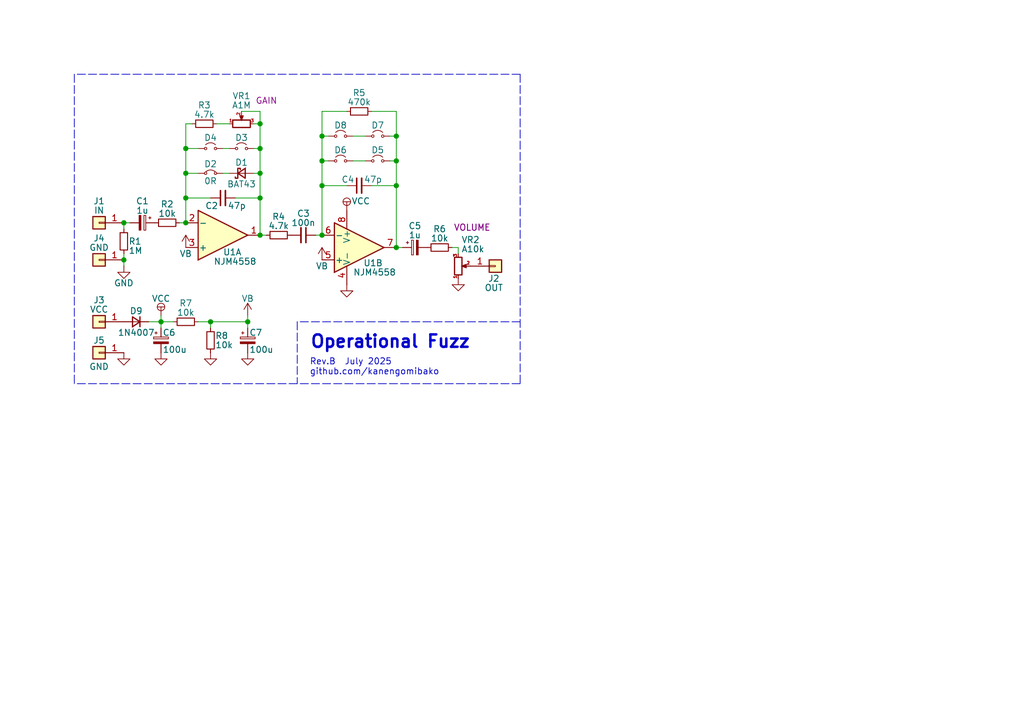
<source format=kicad_sch>
(kicad_sch (version 20250114) (generator "eeschema") (generator_version "9.0")
  (paper "A5")
  (lib_symbols
    (symbol "Amplifier_Operational:LM358" (pin_names (offset 0.127))
      (property "Reference" "U" (at 0 5.08 0))
      (property "Value" "LM358" (at 0 -5.08 0))
      (symbol "LM358_1_1"
        (polyline (pts (xy -5.08 5.08) (xy 5.08 0) (xy -5.08 -5.08) (xy -5.08 5.08)) (stroke (width 0.254)) (fill (type background)))
        (pin input line (at -7.62 2.54 0) (length 2.54) (name "+") (number "3"))
        (pin input line (at -7.62 -2.54 0) (length 2.54) (name "-") (number "2"))
        (pin output line (at 7.62 0 180) (length 2.54) (name "~") (number "1"))
      )
      (symbol "LM358_2_1"
        (polyline (pts (xy -5.08 5.08) (xy 5.08 0) (xy -5.08 -5.08) (xy -5.08 5.08)) (stroke (width 0.254)) (fill (type background)))
        (pin input line (at -7.62 2.54 0) (length 2.54) (name "+") (number "5"))
        (pin input line (at -7.62 -2.54 0) (length 2.54) (name "-") (number "6"))
        (pin output line (at 7.62 0 180) (length 2.54) (name "~") (number "7"))
      )
      (symbol "LM358_3_1"
        (pin power_in line (at -2.54 7.62 270) (length 3.81) (name "V+") (number "8"))
        (pin power_in line (at -2.54 -7.62 90) (length 3.81) (name "V-") (number "4"))
      )
    )
    (symbol "Connector_Generic:Conn_01x01" (pin_names (offset 1.016) (hide yes))
      (property "Reference" "J" (at 0 2.54 0))
      (property "Value" "Conn_01x01" (at 0 -2.54 0))
      (symbol "Conn_01x01_1_1"
        (rectangle (start -1.27 1.27) (end 1.27 -1.27) (stroke (width 0.254)) (fill (type background)))
        (rectangle (start -1.27 0.127) (end 0 -0.127) (stroke (width 0.1524)))
        (pin passive line (at -5.08 0 0) (length 3.81) (name "Pin_1") (number "1"))
      )
    )
    (symbol "Device:C_Polarized_Small" (pin_numbers (hide yes)) (pin_names (offset 0.254) (hide yes))
      (property "Reference" "C" (at 0.254 1.778 0))
      (property "Value" "C_Polarized_Small" (at 0.254 -2.032 0))
      (symbol "C_Polarized_Small_0_1"
        (rectangle (start -1.524 0.6858) (end 1.524 0.3048))
        (rectangle (start -1.524 -0.3048) (end 1.524 -0.6858) (fill (type outline)))
        (polyline (pts (xy -1.27 1.524) (xy -0.762 1.524)))
        (polyline (pts (xy -1.016 1.27) (xy -1.016 1.778)))
      )
      (symbol "C_Polarized_Small_1_1"
        (pin passive line (at 0 2.54 270) (length 1.8542) (name "~") (number "1"))
        (pin passive line (at 0 -2.54 90) (length 1.8542) (name "~") (number "2"))
      )
    )
    (symbol "Device:C_Small" (pin_numbers (hide yes)) (pin_names (offset 0.254) (hide yes))
      (property "Reference" "C" (at 0.254 1.778 0))
      (property "Value" "C_Small" (at 0.254 -2.032 0))
      (symbol "C_Small_0_1"
        (polyline (pts (xy -1.524 0.508) (xy 1.524 0.508)) (stroke (width 0.3048)))
        (polyline (pts (xy -1.524 -0.508) (xy 1.524 -0.508)) (stroke (width 0.3302)))
      )
      (symbol "C_Small_1_1"
        (pin passive line (at 0 2.54 270) (length 2.032) (name "~") (number "1"))
        (pin passive line (at 0 -2.54 90) (length 2.032) (name "~") (number "2"))
      )
    )
    (symbol "Device:D_Schottky_Small" (pin_numbers (hide yes)) (pin_names (offset 0.254) (hide yes))
      (property "Reference" "D" (at -1.27 2.032 0))
      (property "Value" "D_Schottky_Small" (at -7.112 -2.032 0))
      (symbol "D_Schottky_Small_0_1"
        (polyline (pts (xy -1.27 0.762) (xy -1.27 1.016) (xy -0.762 1.016) (xy -0.762 -1.016) (xy -0.254 -1.016) (xy -0.254 -0.762)) (stroke (width 0.254)))
        (polyline (pts (xy -0.762 0) (xy 0.762 0)))
        (polyline (pts (xy 0.762 -1.016) (xy -0.762 0) (xy 0.762 1.016) (xy 0.762 -1.016)) (stroke (width 0.254)))
      )
      (symbol "D_Schottky_Small_1_1"
        (pin passive line (at -2.54 0 0) (length 1.778) (name "K") (number "1"))
        (pin passive line (at 2.54 0 180) (length 1.778) (name "A") (number "2"))
      )
    )
    (symbol "Device:D_Small" (pin_numbers (hide yes)) (pin_names (offset 0.254) (hide yes))
      (property "Reference" "D" (at -1.27 2.032 0))
      (property "Value" "D_Small" (at -3.81 -2.032 0))
      (symbol "D_Small_0_1"
        (polyline (pts (xy -0.762 0) (xy 0.762 0)))
        (polyline (pts (xy -0.762 -1.016) (xy -0.762 1.016)) (stroke (width 0.254)))
        (polyline (pts (xy 0.762 -1.016) (xy -0.762 0) (xy 0.762 1.016) (xy 0.762 -1.016)) (stroke (width 0.254)))
      )
      (symbol "D_Small_1_1"
        (pin passive line (at -2.54 0 0) (length 1.778) (name "K") (number "1"))
        (pin passive line (at 2.54 0 180) (length 1.778) (name "A") (number "2"))
      )
    )
    (symbol "Device:R_Potentiometer_Small" (pin_names (offset 1.016) (hide yes))
      (property "Reference" "RV" (at -4.445 0 90))
      (property "Value" "R_Potentiometer_Small" (at -2.54 0 90))
      (symbol "R_Potentiometer_Small_0_1"
        (rectangle (start 0.762 1.8034) (end -0.762 -1.8034) (stroke (width 0.254)))
        (polyline (pts (xy 0.889 0) (xy 0.635 0) (xy 1.651 0.381) (xy 1.651 -0.381) (xy 0.635 0) (xy 0.889 0)) (fill (type outline)))
      )
      (symbol "R_Potentiometer_Small_1_1"
        (pin passive line (at 0 2.54 270) (length 0.635) (name "1") (number "1"))
        (pin passive line (at 0 -2.54 90) (length 0.635) (name "3") (number "3"))
        (pin passive line (at 2.54 0 180) (length 0.9906) (name "2") (number "2"))
      )
    )
    (symbol "Device:R_Small" (pin_numbers (hide yes)) (pin_names (offset 0.254) (hide yes))
      (property "Reference" "R" (at 0.762 0.508 0))
      (property "Value" "R_Small" (at 0.762 -1.016 0))
      (symbol "R_Small_0_1"
        (rectangle (start -0.762 1.778) (end 0.762 -1.778) (stroke (width 0.2032)))
      )
      (symbol "R_Small_1_1"
        (pin passive line (at 0 2.54 270) (length 0.762) (name "~") (number "1"))
        (pin passive line (at 0 -2.54 90) (length 0.762) (name "~") (number "2"))
      )
    )
    (symbol "myLib:Jumper_2_Bridged_small" (pin_numbers (hide yes)) (pin_names (offset 0) (hide yes))
      (property "Reference" "JP" (at 0 1.905 0))
      (property "Value" "Jumper_2_Bridged" (at 0 -2.54 0))
      (symbol "Jumper_2_Bridged_small_0_0"
        (circle (center -1.016 0) (radius 0.254))
        (circle (center 1.016 0) (radius 0.254))
      )
      (symbol "Jumper_2_Bridged_small_0_1"
        (arc (start -1.016 0.254) (mid 0 0.6749) (end 1.016 0.254))
      )
      (symbol "Jumper_2_Bridged_small_1_1"
        (pin passive line (at -2.54 0 0) (length 1.27) (name "A") (number "1"))
        (pin passive line (at 2.54 0 180) (length 1.27) (name "B") (number "2"))
      )
    )
    (symbol "myLib:Jumper_2_Open_small" (pin_numbers (hide yes)) (pin_names (offset 0) (hide yes))
      (property "Reference" "JP" (at 0 1.905 0))
      (property "Value" "Jumper_2_Bridged" (at 0 -2.54 0))
      (symbol "Jumper_2_Open_small_0_0"
        (circle (center -1.016 0) (radius 0.254))
        (circle (center 1.016 0) (radius 0.254))
      )
      (symbol "Jumper_2_Open_small_0_1"
        (arc (start -1.016 0.7619) (mid 0 1.1828) (end 1.016 0.7619))
      )
      (symbol "Jumper_2_Open_small_1_1"
        (pin passive line (at -2.54 0 0) (length 1.27) (name "A") (number "1"))
        (pin passive line (at 2.54 0 180) (length 1.27) (name "B") (number "2"))
      )
    )
    (symbol "myLib:VB" (power) (pin_names (offset 0))
      (property "Value" "VB" (at 0 3.556 0))
      (symbol "VB_0_1"
        (polyline (pts (xy -0.762 1.27) (xy 0 2.54)))
        (polyline (pts (xy 0 2.54) (xy 0.762 1.27)))
        (polyline (pts (xy 0 0) (xy 0 2.54)))
      )
      (symbol "VB_1_1"
        (pin power_in line (at 0 0 90) (length 0) (hide yes) (name "VB") (number "1"))
      )
    )
    (symbol "myLib:VCC" (power) (pin_names (offset 0))
      (property "Value" "VCC" (at 0 3.556 0))
      (symbol "VCC_0_0"
        (polyline (pts (xy -0.762 1.778) (xy 0.762 1.778)))
        (circle (center 0 1.778) (radius 0.7725))
      )
      (symbol "VCC_0_1"
        (polyline (pts (xy 0 0) (xy 0 1.778)))
      )
      (symbol "VCC_1_1"
        (pin power_in line (at 0 0 90) (length 0) (hide yes) (name "VCC") (number "1"))
      )
    )
    (symbol "power:GND" (power) (pin_numbers (hide yes)) (pin_names (offset 0) (hide yes))
      (property "Value" "GND" (at 0 -3.81 0))
      (symbol "GND_0_1"
        (polyline (pts (xy 0 0) (xy 0 -1.27) (xy 1.27 -1.27) (xy 0 -2.54) (xy -1.27 -1.27) (xy 0 -1.27)))
      )
      (symbol "GND_1_1"
        (pin power_in line (at 0 0 270) (length 0) (name "~") (number "1"))
      )
    )
  )
  (text "Operational Fuzz" (at 63.5 71.755 0) (effects (font (size 2.54 2.54) (thickness 0.508) (bold yes)) (justify left bottom)))
  (text "Rev.B  July 2025\ngithub.com/kanengomibako" (at 63.5 77.1525 0) (effects (font (size 1.27 1.27)) (justify left bottom)))
  (junction (at 53.34 35.56))
  (junction (at 81.28 33.02))
  (junction (at 66.04 33.02))
  (junction (at 81.28 50.8))
  (junction (at 66.04 48.26))
  (junction (at 53.34 30.48))
  (junction (at 25.4 53.34))
  (junction (at 38.1 30.48))
  (junction (at 53.34 25.4))
  (junction (at 81.28 27.94))
  (junction (at 38.1 40.64))
  (junction (at 25.4 45.72))
  (junction (at 43.18 66.04))
  (junction (at 81.28 38.1))
  (junction (at 33.02 66.04))
  (junction (at 53.34 40.64))
  (junction (at 38.1 45.72))
  (junction (at 38.1 35.56))
  (junction (at 66.04 27.94))
  (junction (at 66.04 38.1))
  (junction (at 50.8 66.04))
  (junction (at 53.34 48.26))
  (wire (pts (xy 48.26 40.64) (xy 53.34 40.64)))
  (wire (pts (xy 33.02 66.04) (xy 33.02 67.31)))
  (wire (pts (xy 44.45 25.4) (xy 46.99 25.4)))
  (wire (pts (xy 38.1 25.4) (xy 38.1 30.48)))
  (wire (pts (xy 66.04 27.94) (xy 66.04 33.02)))
  (polyline (pts (xy 106.68 66.04) (xy 60.96 66.04)) (stroke (width 0) (type dash)))
  (wire (pts (xy 66.04 38.1) (xy 71.12 38.1)))
  (wire (pts (xy 66.04 38.1) (xy 66.04 48.26)))
  (wire (pts (xy 38.1 40.64) (xy 43.18 40.64)))
  (wire (pts (xy 38.1 25.4) (xy 39.37 25.4)))
  (polyline (pts (xy 106.68 15.24) (xy 15.24 15.24)) (stroke (width 0) (type dash)))
  (wire (pts (xy 53.34 48.26) (xy 54.61 48.26)))
  (wire (pts (xy 80.01 33.02) (xy 81.28 33.02)))
  (wire (pts (xy 53.34 35.56) (xy 53.34 40.64)))
  (wire (pts (xy 43.18 66.04) (xy 43.18 67.31)))
  (wire (pts (xy 36.83 45.72) (xy 38.1 45.72)))
  (wire (pts (xy 25.4 52.07) (xy 25.4 53.34)))
  (wire (pts (xy 66.04 27.94) (xy 67.31 27.94)))
  (wire (pts (xy 66.04 33.02) (xy 66.04 38.1)))
  (wire (pts (xy 72.39 33.02) (xy 74.93 33.02)))
  (wire (pts (xy 72.39 27.94) (xy 74.93 27.94)))
  (wire (pts (xy 52.07 30.48) (xy 53.34 30.48)))
  (polyline (pts (xy 60.96 66.04) (xy 60.96 78.74)) (stroke (width 0) (type dash)))
  (wire (pts (xy 50.8 66.04) (xy 50.8 67.31)))
  (wire (pts (xy 76.2 22.86) (xy 81.28 22.86)))
  (polyline (pts (xy 106.68 78.74) (xy 15.24 78.74)) (stroke (width 0) (type dash)))
  (wire (pts (xy 52.07 25.4) (xy 53.34 25.4)))
  (wire (pts (xy 45.72 35.56) (xy 46.99 35.56)))
  (wire (pts (xy 35.56 66.04) (xy 33.02 66.04)))
  (wire (pts (xy 33.02 64.77) (xy 33.02 66.04)))
  (wire (pts (xy 25.4 45.72) (xy 25.4 46.99)))
  (wire (pts (xy 81.28 38.1) (xy 81.28 33.02)))
  (wire (pts (xy 53.34 40.64) (xy 53.34 48.26)))
  (wire (pts (xy 38.1 35.56) (xy 38.1 40.64)))
  (wire (pts (xy 50.8 64.77) (xy 50.8 66.04)))
  (wire (pts (xy 80.01 27.94) (xy 81.28 27.94)))
  (wire (pts (xy 66.04 22.86) (xy 66.04 27.94)))
  (wire (pts (xy 81.28 50.8) (xy 82.55 50.8)))
  (wire (pts (xy 45.72 30.48) (xy 46.99 30.48)))
  (wire (pts (xy 49.53 22.86) (xy 53.34 22.86)))
  (wire (pts (xy 53.34 25.4) (xy 53.34 30.48)))
  (wire (pts (xy 66.04 33.02) (xy 67.31 33.02)))
  (wire (pts (xy 76.2 38.1) (xy 81.28 38.1)))
  (wire (pts (xy 38.1 45.72) (xy 38.1 40.64)))
  (wire (pts (xy 71.12 22.86) (xy 66.04 22.86)))
  (wire (pts (xy 25.4 45.72) (xy 26.67 45.72)))
  (wire (pts (xy 43.18 66.04) (xy 50.8 66.04)))
  (wire (pts (xy 38.1 30.48) (xy 38.1 35.56)))
  (wire (pts (xy 52.07 35.56) (xy 53.34 35.56)))
  (wire (pts (xy 64.77 48.26) (xy 66.04 48.26)))
  (polyline (pts (xy 106.68 15.24) (xy 106.68 78.74)) (stroke (width 0) (type dash)))
  (polyline (pts (xy 15.24 15.24) (xy 15.24 78.74)) (stroke (width 0) (type dash)))
  (wire (pts (xy 33.02 66.04) (xy 30.48 66.04)))
  (wire (pts (xy 92.71 50.8) (xy 93.98 50.8)))
  (wire (pts (xy 25.4 53.34) (xy 25.4 54.61)))
  (wire (pts (xy 40.64 66.04) (xy 43.18 66.04)))
  (wire (pts (xy 53.34 30.48) (xy 53.34 35.56)))
  (wire (pts (xy 53.34 25.4) (xy 53.34 22.86)))
  (wire (pts (xy 38.1 35.56) (xy 40.64 35.56)))
  (wire (pts (xy 81.28 38.1) (xy 81.28 50.8)))
  (wire (pts (xy 81.28 33.02) (xy 81.28 27.94)))
  (wire (pts (xy 81.28 27.94) (xy 81.28 22.86)))
  (wire (pts (xy 93.98 50.8) (xy 93.98 52.07)))
  (wire (pts (xy 38.1 30.48) (xy 40.64 30.48)))
  (symbol (lib_id "Connector_Generic:Conn_01x01") (at 20.32 53.34 180) (unit 1)
    (property "Reference" "J4" (at 20.32 48.895 0))
    (property "Value" "GND" (at 20.32 50.8 0))
    (property "Footprint" "Connector_PinHeader_2.54mm:PinHeader_1x01_P2.54mm_Vertical" (effects (hide yes)))
  )
  (symbol (lib_id "Device:C_Small") (at 73.66 38.1 90) (unit 1)
    (property "Reference" "C4" (at 72.7075 36.83 90) (effects (justify left)))
    (property "Value" "47p" (at 74.6125 36.83 90) (effects (justify right)))
    (property "Footprint" "myFoot:my_C_Rect1_P5.00mm" (effects (hide yes)))
  )
  (symbol (lib_id "myLib:Jumper_2_Open_small") (at 43.18 30.48 0) (mirror y) (unit 1)
    (property "Reference" "D4" (at 43.18 28.2575 0))
    (property "Value" "x" (effects (hide yes)))
    (property "Footprint" "myFoot:my_D_P7.62mm" (effects (hide yes)))
    (property "Description" "Jumper, 2-pole, closed/bridged" (effects (hide yes)))
  )
  (symbol (lib_id "Device:R_Small") (at 25.4 49.53 0) (mirror x) (unit 1)
    (property "Reference" "R1" (at 26.3525 49.53 0) (effects (justify left)))
    (property "Value" "1M" (at 26.3525 51.435 0) (effects (justify left)))
    (property "Footprint" "myFoot:my_R_P7.62mm_Horizontal" (effects (hide yes)))
  )
  (symbol (lib_id "Device:R_Potentiometer_Small") (at 93.98 54.61 0) (mirror x) (unit 1)
    (property "Reference" "VR2" (at 94.615 49.2125 0) (effects (justify left)))
    (property "Value" "A10k" (at 94.615 51.1175 0) (effects (justify left)))
    (property "Footprint" "myFoot:my_pot_5mm" (effects (hide yes)))
    (property "name" "VOLUME" (at 96.8375 46.6725 0))
  )
  (symbol (lib_id "Device:C_Polarized_Small") (at 50.8 69.85 0) (unit 1)
    (property "Reference" "C7" (at 51.1175 68.2625 0) (effects (justify left)))
    (property "Value" "100u" (at 51.1175 71.755 0) (effects (justify left)))
    (property "Footprint" "myFoot:my_C_D6.3mm_P2.50mm" (effects (hide yes)))
  )
  (symbol (lib_id "Amplifier_Operational:LM358") (at 73.66 50.8 0) (mirror x) (unit 2)
    (property "Reference" "U1" (at 76.5175 53.975 0))
    (property "Value" "NJM4558" (at 76.835 55.88 0))
    (property "Footprint" "Package_DIP:DIP-8_W7.62mm_Socket" (effects (hide yes)))
  )
  (symbol (lib_id "Device:R_Small") (at 43.18 69.85 180) (unit 1)
    (property "Reference" "R8" (at 44.1325 68.8975 0) (effects (justify right)))
    (property "Value" "10k" (at 44.1325 70.8025 0) (effects (justify right)))
    (property "Footprint" "myFoot:my_R_P7.62mm_Horizontal" (effects (hide yes)))
  )
  (symbol (lib_id "Connector_Generic:Conn_01x01") (at 20.32 66.04 180) (unit 1)
    (property "Reference" "J3" (at 20.32 61.595 0))
    (property "Value" "VCC" (at 20.32 63.5 0))
    (property "Footprint" "Connector_PinHeader_2.54mm:PinHeader_1x01_P2.54mm_Vertical" (effects (hide yes)))
  )
  (symbol (lib_id "myLib:VCC") (at 33.02 64.77 0) (unit 1)
    (property "Reference" "#PWR01" (effects (hide yes)))
    (property "Value" "VCC" (at 33.02 61.2775 0))
    (property "Description" "Power symbol creates a global label with name \"V+\"" (effects (hide yes)))
  )
  (symbol (lib_id "Connector_Generic:Conn_01x01") (at 20.32 72.39 180) (unit 1)
    (property "Reference" "J5" (at 20.32 69.85 0))
    (property "Value" "GND" (at 20.32 75.2475 0))
    (property "Footprint" "Connector_PinHeader_2.54mm:PinHeader_1x01_P2.54mm_Vertical" (effects (hide yes)))
  )
  (symbol (lib_id "Device:C_Polarized_Small") (at 29.21 45.72 270) (unit 1)
    (property "Reference" "C1" (at 29.21 41.275 90))
    (property "Value" "1u" (at 29.21 43.18 90))
    (property "Footprint" "myFoot:my_C_D5.0mm_P2.50mm" (effects (hide yes)))
  )
  (symbol (lib_id "Device:R_Small") (at 34.29 45.72 90) (unit 1)
    (property "Reference" "R2" (at 34.29 41.91 90))
    (property "Value" "10k" (at 34.29 43.815 90))
    (property "Footprint" "myFoot:my_R_P7.62mm_Horizontal" (effects (hide yes)))
  )
  (symbol (lib_id "Device:R_Small") (at 41.91 25.4 90) (unit 1)
    (property "Reference" "R3" (at 41.91 21.59 90))
    (property "Value" "4.7k" (at 41.91 23.495 90))
    (property "Footprint" "myFoot:my_R_P7.62mm_Horizontal" (effects (hide yes)))
  )
  (symbol (lib_id "Device:R_Small") (at 90.17 50.8 90) (unit 1)
    (property "Reference" "R6" (at 90.17 46.99 90))
    (property "Value" "10k" (at 90.17 48.895 90))
    (property "Footprint" "myFoot:my_R_P7.62mm_Horizontal" (effects (hide yes)))
  )
  (symbol (lib_id "Device:D_Small") (at 27.94 66.04 0) (mirror y) (unit 1)
    (property "Reference" "D9" (at 27.94 63.8175 0))
    (property "Value" "1N4007" (at 27.94 68.2625 0))
    (property "Footprint" "myFoot:my_D_P7.62mm" (effects (hide yes)))
  )
  (symbol (lib_id "myLib:Jumper_2_Open_small") (at 69.85 33.02 0) (unit 1)
    (property "Reference" "D6" (at 69.85 30.7975 0))
    (property "Value" "x" (effects (hide yes)))
    (property "Footprint" "myFoot:my_D_P7.62mm" (effects (hide yes)))
    (property "Description" "Jumper, 2-pole, closed/bridged" (effects (hide yes)))
  )
  (symbol (lib_id "myLib:VCC") (at 71.12 43.18 0) (mirror y) (unit 1)
    (property "Reference" "#PWR03" (effects (hide yes)))
    (property "Value" "VCC" (at 72.0725 41.275 0) (effects (justify right)))
    (property "Description" "Power symbol creates a global label with name \"V+\"" (effects (hide yes)))
  )
  (symbol (lib_id "Device:C_Polarized_Small") (at 33.02 69.85 0) (unit 1)
    (property "Reference" "C6" (at 33.3375 68.2625 0) (effects (justify left)))
    (property "Value" "100u" (at 33.3375 71.755 0) (effects (justify left)))
    (property "Footprint" "myFoot:my_C_D6.3mm_P2.50mm" (effects (hide yes)))
  )
  (symbol (lib_id "power:GND") (at 71.12 58.42 0) (unit 1)
    (property "Reference" "#PWR07" (effects (hide yes)))
    (property "Value" "GND" (effects (hide yes)))
    (property "Description" "Power symbol creates a global label with name \"GND\" , ground" (effects (hide yes)))
  )
  (symbol (lib_id "myLib:VB") (at 50.8 64.77 0) (unit 1)
    (property "Reference" "#PWR02" (effects (hide yes)))
    (property "Value" "VB" (at 50.8 61.2775 0))
    (property "Description" "Power symbol creates a global label with name \"+4V5\"" (effects (hide yes)))
  )
  (symbol (lib_id "myLib:VB") (at 66.04 53.34 0) (unit 1)
    (property "Reference" "#PWR05" (effects (hide yes)))
    (property "Value" "VB" (at 66.04 54.61 0))
    (property "Description" "Power symbol creates a global label with name \"+4V5\"" (effects (hide yes)))
  )
  (symbol (lib_id "Device:C_Small") (at 62.23 48.26 270) (unit 1)
    (property "Reference" "C3" (at 62.23 43.815 90))
    (property "Value" "100n" (at 62.23 45.72 90))
    (property "Footprint" "myFoot:my_C_Rect1_P5.00mm" (effects (hide yes)))
  )
  (symbol (lib_id "Amplifier_Operational:LM358") (at 73.66 50.8 0) (unit 3)
    (property "Reference" "U1" (effects (hide yes)))
    (property "Value" "NJM4558" (effects (hide yes)))
    (property "Footprint" "Package_DIP:DIP-8_W7.62mm_Socket" (effects (hide yes)))
  )
  (symbol (lib_id "Device:R_Small") (at 57.15 48.26 270) (unit 1)
    (property "Reference" "R4" (at 57.15 44.45 90))
    (property "Value" "4.7k" (at 57.15 46.355 90))
    (property "Footprint" "myFoot:my_R_P7.62mm_Horizontal" (effects (hide yes)))
  )
  (symbol (lib_id "Device:R_Small") (at 38.1 66.04 90) (unit 1)
    (property "Reference" "R7" (at 38.1 62.23 90))
    (property "Value" "10k" (at 38.1 64.135 90))
    (property "Footprint" "myFoot:my_R_P7.62mm_Horizontal" (effects (hide yes)))
  )
  (symbol (lib_id "power:GND") (at 33.02 72.39 0) (unit 1)
    (property "Reference" "#PWR09" (effects (hide yes)))
    (property "Value" "GND" (effects (hide yes)))
    (property "Description" "Power symbol creates a global label with name \"GND\" , ground" (effects (hide yes)))
  )
  (symbol (lib_id "Amplifier_Operational:LM358") (at 45.72 48.26 0) (mirror x) (unit 1)
    (property "Reference" "U1" (at 45.72 51.7525 0) (effects (justify left)))
    (property "Value" "NJM4558" (at 43.815 53.6575 0) (effects (justify left)))
    (property "Footprint" "Package_DIP:DIP-8_W7.62mm_Socket" (effects (hide yes)))
  )
  (symbol (lib_id "Connector_Generic:Conn_01x01") (at 20.32 45.72 180) (unit 1)
    (property "Reference" "J1" (at 20.32 41.275 0))
    (property "Value" "IN" (at 20.32 43.18 0))
    (property "Footprint" "Connector_PinHeader_2.54mm:PinHeader_1x01_P2.54mm_Vertical" (effects (hide yes)))
  )
  (symbol (lib_id "Connector_Generic:Conn_01x01") (at 101.6 54.61 0) (unit 1)
    (property "Reference" "J2" (at 101.2825 57.15 0))
    (property "Value" "OUT" (at 101.2825 59.055 0))
    (property "Footprint" "Connector_PinHeader_2.54mm:PinHeader_1x01_P2.54mm_Vertical" (effects (hide yes)))
  )
  (symbol (lib_id "power:GND") (at 50.8 72.39 0) (unit 1)
    (property "Reference" "#PWR011" (effects (hide yes)))
    (property "Value" "GND" (effects (hide yes)))
    (property "Description" "Power symbol creates a global label with name \"GND\" , ground" (effects (hide yes)))
  )
  (symbol (lib_id "Device:C_Polarized_Small") (at 85.09 50.8 90) (mirror x) (unit 1)
    (property "Reference" "C5" (at 85.09 46.355 90))
    (property "Value" "1u" (at 85.09 48.26 90))
    (property "Footprint" "myFoot:my_C_D5.0mm_P2.50mm" (effects (hide yes)))
  )
  (symbol (lib_id "myLib:Jumper_2_Open_small") (at 77.47 27.94 0) (mirror y) (unit 1)
    (property "Reference" "D7" (at 77.47 25.7175 0))
    (property "Value" "x" (effects (hide yes)))
    (property "Footprint" "myFoot:my_D_P7.62mm" (effects (hide yes)))
    (property "Description" "Jumper, 2-pole, closed/bridged" (effects (hide yes)))
  )
  (symbol (lib_id "myLib:Jumper_2_Open_small") (at 69.85 27.94 0) (mirror y) (unit 1)
    (property "Reference" "D8" (at 69.85 25.7175 0))
    (property "Value" "x" (effects (hide yes)))
    (property "Footprint" "myFoot:my_D_P7.62mm" (effects (hide yes)))
    (property "Description" "Jumper, 2-pole, closed/bridged" (effects (hide yes)))
  )
  (symbol (lib_id "Device:C_Small") (at 45.72 40.64 90) (unit 1)
    (property "Reference" "C2" (at 44.7675 42.2275 90) (effects (justify left)))
    (property "Value" "47p" (at 46.6725 42.2275 90) (effects (justify right)))
    (property "Footprint" "myFoot:my_C_Rect1_P5.00mm" (effects (hide yes)))
  )
  (symbol (lib_id "power:GND") (at 25.4 72.39 0) (unit 1)
    (property "Reference" "#PWR08" (effects (hide yes)))
    (property "Value" "GND" (effects (hide yes)))
    (property "Description" "Power symbol creates a global label with name \"GND\" , ground" (effects (hide yes)))
  )
  (symbol (lib_id "Device:D_Schottky_Small") (at 49.53 35.56 0) (mirror x) (unit 1)
    (property "Reference" "D1" (at 49.53 33.3375 0))
    (property "Value" "BAT43" (at 49.53 37.7825 0))
    (property "Footprint" "myFoot:my_D_P7.62mm" (effects (hide yes)))
  )
  (symbol (lib_id "myLib:Jumper_2_Bridged_small") (at 43.18 35.56 0) (unit 1)
    (property "Reference" "D2" (at 43.18 33.655 0))
    (property "Value" "0R" (at 43.18 37.1475 0))
    (property "Footprint" "myFoot:my_D_P7.62mm" (effects (hide yes)))
    (property "Description" "Jumper, 2-pole, closed/bridged" (effects (hide yes)))
  )
  (symbol (lib_id "power:GND") (at 43.18 72.39 0) (unit 1)
    (property "Reference" "#PWR010" (effects (hide yes)))
    (property "Value" "GND" (effects (hide yes)))
    (property "Description" "Power symbol creates a global label with name \"GND\" , ground" (effects (hide yes)))
  )
  (symbol (lib_id "power:GND") (at 25.4 54.61 0) (unit 1)
    (property "Reference" "#PWR06" (effects (hide yes)))
    (property "Value" "GND" (at 25.4 58.1025 0))
    (property "Description" "Power symbol creates a global label with name \"GND\" , ground" (effects (hide yes)))
  )
  (symbol (lib_id "myLib:Jumper_2_Open_small") (at 49.53 30.48 0) (mirror y) (unit 1)
    (property "Reference" "D3" (at 49.53 28.2575 0))
    (property "Value" "x" (effects (hide yes)))
    (property "Footprint" "myFoot:my_D_P7.62mm" (effects (hide yes)))
    (property "Description" "Jumper, 2-pole, closed/bridged" (effects (hide yes)))
  )
  (symbol (lib_id "myLib:VB") (at 38.1 50.8 0) (unit 1)
    (property "Reference" "#PWR04" (effects (hide yes)))
    (property "Value" "VB" (at 38.1 52.07 0))
    (property "Description" "Power symbol creates a global label with name \"+4V5\"" (effects (hide yes)))
  )
  (symbol (lib_id "power:GND") (at 93.98 57.15 0) (unit 1)
    (property "Reference" "#PWR012" (effects (hide yes)))
    (property "Value" "GND" (effects (hide yes)))
    (property "Description" "Power symbol creates a global label with name \"GND\" , ground" (effects (hide yes)))
  )
  (symbol (lib_id "Device:R_Potentiometer_Small") (at 49.53 25.4 90) (unit 1)
    (property "Reference" "VR1" (at 49.53 19.685 90))
    (property "Value" "A1M" (at 49.53 21.59 90))
    (property "Footprint" "myFoot:my_pot_5mm" (effects (hide yes)))
    (property "name" "GAIN" (at 52.3875 20.6375 90) (effects (justify right)))
  )
  (symbol (lib_id "myLib:Jumper_2_Open_small") (at 77.47 33.02 0) (unit 1)
    (property "Reference" "D5" (at 77.47 30.7975 0))
    (property "Value" "x" (effects (hide yes)))
    (property "Footprint" "myFoot:my_D_P7.62mm" (effects (hide yes)))
    (property "Description" "Jumper, 2-pole, closed/bridged" (effects (hide yes)))
  )
  (symbol (lib_id "Device:R_Small") (at 73.66 22.86 270) (unit 1)
    (property "Reference" "R5" (at 73.66 19.05 90))
    (property "Value" "470k" (at 73.66 20.955 90))
    (property "Footprint" "myFoot:my_R_P7.62mm_Horizontal" (effects (hide yes)))
  )
)
</source>
